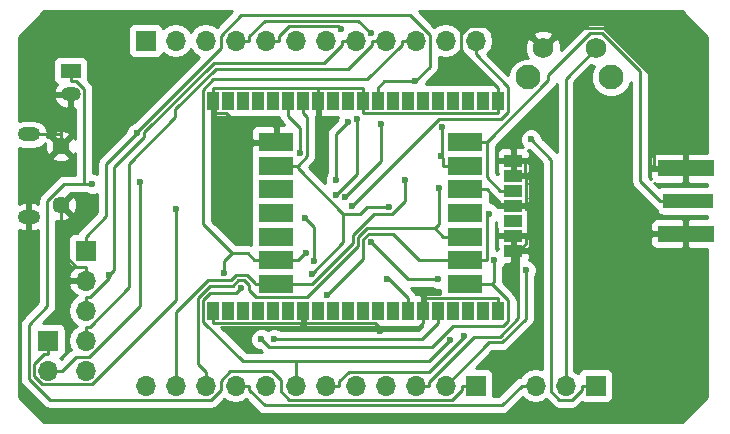
<source format=gbl>
G04 #@! TF.FileFunction,Copper,L2,Bot,Signal*
%FSLAX46Y46*%
G04 Gerber Fmt 4.6, Leading zero omitted, Abs format (unit mm)*
G04 Created by KiCad (PCBNEW 4.0.7-e2-6376~60~ubuntu17.10.1) date Thu Dec 28 10:46:34 2017*
%MOMM*%
%LPD*%
G01*
G04 APERTURE LIST*
%ADD10C,0.100000*%
%ADD11R,1.700000X1.200000*%
%ADD12O,1.700000X1.200000*%
%ADD13C,1.450000*%
%ADD14O,1.900000X1.200000*%
%ADD15R,1.700000X1.700000*%
%ADD16O,1.700000X1.700000*%
%ADD17R,1.016000X1.524000*%
%ADD18R,1.524000X1.016000*%
%ADD19R,4.700000X1.350000*%
%ADD20R,4.200000X1.270000*%
%ADD21R,2.997200X1.597660*%
%ADD22C,2.100000*%
%ADD23C,1.750000*%
%ADD24C,0.600000*%
%ADD25C,0.250000*%
%ADD26C,0.254000*%
G04 APERTURE END LIST*
D10*
D11*
X149225000Y-82550000D03*
D12*
X149225000Y-84550000D03*
D13*
X148400000Y-88940000D03*
X148400000Y-93940000D03*
D14*
X145700000Y-87940000D03*
X145700000Y-94940000D03*
D15*
X150495000Y-97790000D03*
D16*
X150495000Y-100330000D03*
X150495000Y-102870000D03*
X150495000Y-105410000D03*
X150495000Y-107950000D03*
D17*
X161290000Y-102870000D03*
X162560000Y-102870000D03*
X163830000Y-102870000D03*
X165100000Y-102870000D03*
X166370000Y-102870000D03*
X167640000Y-102870000D03*
X168910000Y-102870000D03*
X170180000Y-102870000D03*
X171450000Y-102870000D03*
X172720000Y-102870000D03*
X173990000Y-102870000D03*
X175260000Y-102870000D03*
X176530000Y-102870000D03*
X177800000Y-102870000D03*
X179070000Y-102870000D03*
X180340000Y-102870000D03*
X181610000Y-102870000D03*
X182880000Y-102870000D03*
X184150000Y-102870000D03*
X185420000Y-102870000D03*
X185420000Y-85090000D03*
D18*
X186690000Y-97790000D03*
X186690000Y-96520000D03*
X186690000Y-95250000D03*
X186690000Y-93980000D03*
X186690000Y-92710000D03*
X186690000Y-91440000D03*
X186690000Y-90170000D03*
D17*
X184150000Y-85090000D03*
X182880000Y-85090000D03*
X181610000Y-85090000D03*
X180340000Y-85090000D03*
X179070000Y-85090000D03*
X177800000Y-85090000D03*
X176530000Y-85090000D03*
X175260000Y-85090000D03*
X173990000Y-85090000D03*
X172720000Y-85090000D03*
X171450000Y-85090000D03*
X170180000Y-85090000D03*
X168910000Y-85090000D03*
X167640000Y-85090000D03*
X166370000Y-85090000D03*
X165100000Y-85090000D03*
X163830000Y-85090000D03*
X162560000Y-85090000D03*
X161290000Y-85090000D03*
D19*
X201295000Y-90805000D03*
D20*
X201545000Y-93590000D03*
D19*
X201295000Y-96375000D03*
D21*
X166626540Y-100614480D03*
X166624000Y-98615500D03*
X166624000Y-96613980D03*
X166624000Y-94615000D03*
X166624000Y-92616020D03*
X166624000Y-90614500D03*
X166624000Y-88615520D03*
X182626000Y-88615520D03*
X182626000Y-90614500D03*
X182626000Y-92616020D03*
X182626000Y-94615000D03*
X182626000Y-96613980D03*
X182626000Y-98615500D03*
X182626000Y-100614480D03*
D15*
X147320000Y-105410000D03*
D16*
X147320000Y-107950000D03*
D15*
X155575000Y-80010000D03*
D16*
X158115000Y-80010000D03*
X160655000Y-80010000D03*
X163195000Y-80010000D03*
X165735000Y-80010000D03*
X168275000Y-80010000D03*
X170815000Y-80010000D03*
X173355000Y-80010000D03*
X175895000Y-80010000D03*
X178435000Y-80010000D03*
X180975000Y-80010000D03*
X183515000Y-80010000D03*
D15*
X183515000Y-109220000D03*
D16*
X180975000Y-109220000D03*
X178435000Y-109220000D03*
X175895000Y-109220000D03*
X173355000Y-109220000D03*
X170815000Y-109220000D03*
X168275000Y-109220000D03*
X165735000Y-109220000D03*
X163195000Y-109220000D03*
X160655000Y-109220000D03*
X158115000Y-109220000D03*
X155575000Y-109220000D03*
D15*
X193675000Y-109220000D03*
D16*
X191135000Y-109220000D03*
X188595000Y-109220000D03*
D22*
X194990000Y-83135000D03*
D23*
X193730000Y-80645000D03*
X189230000Y-80645000D03*
D22*
X187980000Y-83135000D03*
D24*
X175451500Y-104633000D03*
X187971300Y-94224800D03*
X187777700Y-99458700D03*
X180605600Y-89810100D03*
X175979300Y-100167300D03*
X180648500Y-87341400D03*
X178393200Y-83464800D03*
X154833200Y-87831400D03*
X169798100Y-98687500D03*
X169054100Y-95015000D03*
X151073800Y-92132200D03*
X174625000Y-79360900D03*
X173506000Y-86624200D03*
X171679400Y-93109700D03*
X175484000Y-87117500D03*
X172491700Y-93223600D03*
X172085000Y-78999700D03*
X174672700Y-97074400D03*
X180354300Y-100205900D03*
X152463700Y-99872800D03*
X182517600Y-105055700D03*
X168623700Y-89532600D03*
X163688700Y-100946400D03*
X181348500Y-105388900D03*
X169646800Y-99744600D03*
X176216100Y-94066800D03*
X185094000Y-98633500D03*
X165380200Y-105310400D03*
X172686400Y-86937400D03*
X171677000Y-91815000D03*
X188206300Y-88382100D03*
X173027900Y-94044100D03*
X162245400Y-99658900D03*
X169141100Y-97964400D03*
X155135300Y-91960700D03*
X180416500Y-92525200D03*
X177551500Y-91815000D03*
X184638700Y-94655400D03*
X170905300Y-101585400D03*
X158184100Y-94231900D03*
X166473300Y-105308000D03*
D25*
X149225000Y-84550000D02*
X149225000Y-85475300D01*
X145700000Y-87940000D02*
X146975300Y-87940000D01*
X148400000Y-87940000D02*
X146975300Y-87940000D01*
X148400000Y-88940000D02*
X148400000Y-87940000D01*
X148400000Y-86300300D02*
X149225000Y-85475300D01*
X148400000Y-87940000D02*
X148400000Y-86300300D01*
X186690000Y-90170000D02*
X187664700Y-90170000D01*
X149687000Y-99154700D02*
X150495000Y-99154700D01*
X148400000Y-97867700D02*
X149687000Y-99154700D01*
X148400000Y-93940000D02*
X148400000Y-97867700D01*
X150495000Y-100330000D02*
X150495000Y-99154700D01*
X185602700Y-93768800D02*
X184449900Y-92616000D01*
X185602700Y-93980000D02*
X185602700Y-93768800D01*
X182626000Y-92616000D02*
X184449900Y-92616000D01*
X186690000Y-93980000D02*
X185602700Y-93980000D01*
X162361900Y-86177300D02*
X164800100Y-88615500D01*
X161290000Y-86177300D02*
X162361900Y-86177300D01*
X166624000Y-88615500D02*
X164800100Y-88615500D01*
X161290000Y-85633600D02*
X161290000Y-86177300D01*
X187379500Y-78794500D02*
X189230000Y-80645000D01*
X183000200Y-78794500D02*
X187379500Y-78794500D01*
X182309700Y-79485000D02*
X183000200Y-78794500D01*
X182309700Y-80892400D02*
X182309700Y-79485000D01*
X185420000Y-84002700D02*
X182309700Y-80892400D01*
X190928700Y-78946300D02*
X189230000Y-80645000D01*
X194408400Y-78946300D02*
X190928700Y-78946300D01*
X198619700Y-83157600D02*
X194408400Y-78946300D01*
X198619700Y-90805000D02*
X198619700Y-83157600D01*
X201295000Y-90805000D02*
X198619700Y-90805000D01*
X170180000Y-85090000D02*
X170180000Y-84115300D01*
X170292600Y-84002700D02*
X170180000Y-84115300D01*
X173990000Y-84002700D02*
X170292600Y-84002700D01*
X186690000Y-93980000D02*
X187777300Y-93980000D01*
X186690000Y-91440000D02*
X187664700Y-91440000D01*
X187777300Y-91552600D02*
X187777300Y-93980000D01*
X187664700Y-91440000D02*
X187777300Y-91552600D01*
X187664700Y-91440000D02*
X187664700Y-90170000D01*
X186690000Y-97790000D02*
X187133800Y-97790000D01*
X186690000Y-96520000D02*
X187777300Y-96520000D01*
X187971300Y-94174000D02*
X187971300Y-94224800D01*
X187777300Y-93980000D02*
X187971300Y-94174000D01*
X187971300Y-96326000D02*
X187777300Y-96520000D01*
X187971300Y-94224800D02*
X187971300Y-96326000D01*
X185420000Y-84658900D02*
X185420000Y-84002700D01*
X185420000Y-84658900D02*
X185420000Y-85090000D01*
X185420000Y-86177300D02*
X173990000Y-86177300D01*
X173990000Y-85090000D02*
X173990000Y-86177300D01*
X185420000Y-85090000D02*
X185420000Y-86177300D01*
X161290000Y-85633600D02*
X161290000Y-85090000D01*
X170067400Y-84002700D02*
X170180000Y-84115300D01*
X161290000Y-84002700D02*
X170067400Y-84002700D01*
X161290000Y-85090000D02*
X161290000Y-84002700D01*
X173990000Y-85090000D02*
X173990000Y-84002700D01*
X168910000Y-102870000D02*
X168910000Y-103957300D01*
X161290000Y-102870000D02*
X161290000Y-103957300D01*
X168910000Y-103957300D02*
X161290000Y-103957300D01*
X187777300Y-97169500D02*
X187777300Y-96520000D01*
X187156800Y-97790000D02*
X187777300Y-97169500D01*
X187133800Y-97790000D02*
X187156800Y-97790000D01*
X178435000Y-109220000D02*
X179610300Y-109220000D01*
X179070000Y-101782700D02*
X185420000Y-101782700D01*
X179070000Y-102870000D02*
X179070000Y-101782700D01*
X185420000Y-102870000D02*
X185420000Y-101782700D01*
X187133800Y-103540900D02*
X187133800Y-97790000D01*
X185555200Y-105119500D02*
X187133800Y-103540900D01*
X183413200Y-105119500D02*
X185555200Y-105119500D01*
X179610300Y-108922400D02*
X183413200Y-105119500D01*
X179610300Y-109220000D02*
X179610300Y-108922400D01*
X175451500Y-104633000D02*
X175451500Y-104363300D01*
X175045500Y-103957300D02*
X168910000Y-103957300D01*
X175451500Y-104363300D02*
X175045500Y-103957300D01*
X178664000Y-104363300D02*
X179070000Y-103957300D01*
X175451500Y-104363300D02*
X178664000Y-104363300D01*
X179070000Y-102870000D02*
X179070000Y-103957300D01*
X150495000Y-97790000D02*
X150495000Y-96614700D01*
X182626000Y-90614500D02*
X180802100Y-90614500D01*
X177800000Y-102870000D02*
X177800000Y-101782700D01*
X176184600Y-100167300D02*
X175979300Y-100167300D01*
X177800000Y-101782700D02*
X176184600Y-100167300D01*
X180802100Y-90006600D02*
X180802100Y-90614500D01*
X180605600Y-89810100D02*
X180802100Y-90006600D01*
X175260000Y-85090000D02*
X175260000Y-84002700D01*
X175797900Y-83464800D02*
X175260000Y-84002700D01*
X178393200Y-83464800D02*
X175797900Y-83464800D01*
X154833300Y-87831400D02*
X154833200Y-87831400D01*
X154833300Y-87751900D02*
X154833300Y-87831400D01*
X161925000Y-80660200D02*
X154833300Y-87751900D01*
X161925000Y-79593000D02*
X161925000Y-80660200D01*
X163674800Y-77843200D02*
X161925000Y-79593000D01*
X177957900Y-77843200D02*
X163674800Y-77843200D01*
X179635800Y-79521100D02*
X177957900Y-77843200D01*
X179635800Y-82222200D02*
X179635800Y-79521100D01*
X178393200Y-83464800D02*
X179635800Y-82222200D01*
X152238600Y-94871100D02*
X150495000Y-96614700D01*
X152238600Y-90426000D02*
X152238600Y-94871100D01*
X154833200Y-87831400D02*
X152238600Y-90426000D01*
X180648500Y-89767200D02*
X180648500Y-87341400D01*
X180605600Y-89810100D02*
X180648500Y-89767200D01*
X187777700Y-103547500D02*
X187777700Y-99458700D01*
X185755400Y-105569800D02*
X187777700Y-103547500D01*
X184625200Y-105569800D02*
X185755400Y-105569800D01*
X180975000Y-109220000D02*
X184625200Y-105569800D01*
X188595000Y-109220000D02*
X187419700Y-109220000D01*
X163195000Y-109220000D02*
X164370300Y-109220000D01*
X185747000Y-110892700D02*
X187419700Y-109220000D01*
X165675700Y-110892700D02*
X185747000Y-110892700D01*
X164370300Y-109587300D02*
X165675700Y-110892700D01*
X164370300Y-109220000D02*
X164370300Y-109587300D01*
X169798100Y-95759000D02*
X169798100Y-98687500D01*
X169054100Y-95015000D02*
X169798100Y-95759000D01*
X149225000Y-82550000D02*
X149225000Y-83475300D01*
X183515000Y-109220000D02*
X182339700Y-109220000D01*
X150402400Y-92132200D02*
X151073800Y-92132200D01*
X150402400Y-84146700D02*
X150402400Y-92132200D01*
X149731000Y-83475300D02*
X150402400Y-84146700D01*
X149225000Y-83475300D02*
X149731000Y-83475300D01*
X182339700Y-109587300D02*
X182339700Y-109220000D01*
X181503900Y-110423100D02*
X182339700Y-109587300D01*
X167751500Y-110423100D02*
X181503900Y-110423100D01*
X167005000Y-109676600D02*
X167751500Y-110423100D01*
X167005000Y-108773500D02*
X167005000Y-109676600D01*
X166242100Y-108010600D02*
X167005000Y-108773500D01*
X162733900Y-108010600D02*
X166242100Y-108010600D01*
X161925000Y-108819500D02*
X162733900Y-108010600D01*
X161925000Y-109638500D02*
X161925000Y-108819500D01*
X161146400Y-110417100D02*
X161925000Y-109638500D01*
X147461500Y-110417100D02*
X161146400Y-110417100D01*
X145682300Y-108637900D02*
X147461500Y-110417100D01*
X145682300Y-104082100D02*
X145682300Y-108637900D01*
X147273100Y-102491300D02*
X145682300Y-104082100D01*
X147273100Y-93566400D02*
X147273100Y-102491300D01*
X148707300Y-92132200D02*
X147273100Y-93566400D01*
X150402400Y-92132200D02*
X148707300Y-92132200D01*
X163195000Y-80010000D02*
X164370300Y-80010000D01*
X173604900Y-78340800D02*
X174625000Y-79360900D01*
X165672200Y-78340800D02*
X173604900Y-78340800D01*
X164370300Y-79642700D02*
X165672200Y-78340800D01*
X164370300Y-80010000D02*
X164370300Y-79642700D01*
X173506000Y-91283100D02*
X171679400Y-93109700D01*
X173506000Y-86624200D02*
X173506000Y-91283100D01*
X175484000Y-90231300D02*
X172491700Y-93223600D01*
X175484000Y-87117500D02*
X175484000Y-90231300D01*
X171876500Y-78791200D02*
X172085000Y-78999700D01*
X167761800Y-78791200D02*
X171876500Y-78791200D01*
X166910300Y-79642700D02*
X167761800Y-78791200D01*
X166910300Y-80010000D02*
X166910300Y-79642700D01*
X165735000Y-80010000D02*
X166910300Y-80010000D01*
X177804200Y-100205900D02*
X174672700Y-97074400D01*
X180354300Y-100205900D02*
X177804200Y-100205900D01*
X173355000Y-80010000D02*
X172179700Y-80010000D01*
X150495000Y-102870000D02*
X150495000Y-101694700D01*
X152463600Y-99872800D02*
X152463700Y-99872800D01*
X152463600Y-100093500D02*
X152463600Y-99872800D01*
X150862400Y-101694700D02*
X152463600Y-100093500D01*
X150495000Y-101694700D02*
X150862400Y-101694700D01*
X152914000Y-99422500D02*
X152463700Y-99872800D01*
X152914000Y-90704000D02*
X152914000Y-99422500D01*
X155476400Y-88141600D02*
X152914000Y-90704000D01*
X155476400Y-87781900D02*
X155476400Y-88141600D01*
X161352700Y-81905600D02*
X155476400Y-87781900D01*
X170651400Y-81905600D02*
X161352700Y-81905600D01*
X172179700Y-80377300D02*
X170651400Y-81905600D01*
X172179700Y-80010000D02*
X172179700Y-80377300D01*
X170815000Y-109220000D02*
X171990300Y-109220000D01*
X182517600Y-105104200D02*
X182517600Y-105055700D01*
X179577100Y-108044700D02*
X182517600Y-105104200D01*
X172798200Y-108044700D02*
X179577100Y-108044700D01*
X171990300Y-108852600D02*
X172798200Y-108044700D01*
X171990300Y-109220000D02*
X171990300Y-108852600D01*
X167640000Y-86407700D02*
X167640000Y-85090000D01*
X168623700Y-87391400D02*
X167640000Y-86407700D01*
X168623700Y-89532600D02*
X168623700Y-87391400D01*
X168275000Y-109220000D02*
X168275000Y-108044700D01*
X168275000Y-108044700D02*
X168275000Y-107180800D01*
X163828000Y-107180800D02*
X168275000Y-107180800D01*
X160456600Y-103809400D02*
X163828000Y-107180800D01*
X160456600Y-101960800D02*
X160456600Y-103809400D01*
X161020600Y-101396800D02*
X160456600Y-101960800D01*
X163238300Y-101396800D02*
X161020600Y-101396800D01*
X163688700Y-100946400D02*
X163238300Y-101396800D01*
X179556600Y-107180800D02*
X181348500Y-105388900D01*
X168275000Y-107180800D02*
X179556600Y-107180800D01*
X172331900Y-97059500D02*
X169646800Y-99744600D01*
X172331900Y-94688400D02*
X172331900Y-97059500D01*
X173707400Y-94688400D02*
X172331900Y-94688400D01*
X174329000Y-94066800D02*
X173707400Y-94688400D01*
X176216100Y-94066800D02*
X174329000Y-94066800D01*
X166624000Y-90614500D02*
X168447900Y-90614500D01*
X168447900Y-90804400D02*
X172331900Y-94688400D01*
X168447900Y-90614500D02*
X168447900Y-90804400D01*
X168910000Y-85090000D02*
X168910000Y-86177300D01*
X169251600Y-89810800D02*
X168447900Y-90614500D01*
X169251600Y-86518900D02*
X169251600Y-89810800D01*
X168910000Y-86177300D02*
X169251600Y-86518900D01*
X150862300Y-104234700D02*
X150495000Y-104234700D01*
X154184000Y-100913000D02*
X150862300Y-104234700D01*
X154184000Y-90423800D02*
X154184000Y-100913000D01*
X158109800Y-86498000D02*
X154184000Y-90423800D01*
X158109800Y-85843700D02*
X158109800Y-86498000D01*
X161543000Y-82410500D02*
X158109800Y-85843700D01*
X172686500Y-82410500D02*
X161543000Y-82410500D01*
X174719700Y-80377300D02*
X172686500Y-82410500D01*
X174719700Y-80010000D02*
X174719700Y-80377300D01*
X175895000Y-80010000D02*
X174719700Y-80010000D01*
X150495000Y-105410000D02*
X150495000Y-104234700D01*
X182626000Y-100614500D02*
X184337300Y-100614500D01*
X184337300Y-100614500D02*
X184900100Y-100614500D01*
X185094000Y-100420600D02*
X185094000Y-98633500D01*
X184900100Y-100614500D02*
X185094000Y-100420600D01*
X166003200Y-105933400D02*
X165380200Y-105310400D01*
X179871700Y-105933400D02*
X166003200Y-105933400D01*
X181604000Y-104201100D02*
X179871700Y-105933400D01*
X185836700Y-104201100D02*
X181604000Y-104201100D01*
X186262000Y-103775800D02*
X185836700Y-104201100D01*
X186262000Y-101976400D02*
X186262000Y-103775800D01*
X184900100Y-100614500D02*
X186262000Y-101976400D01*
X171677000Y-87946800D02*
X172686400Y-86937400D01*
X171677000Y-91815000D02*
X171677000Y-87946800D01*
X189909300Y-90085100D02*
X188206300Y-88382100D01*
X189909300Y-109707000D02*
X189909300Y-90085100D01*
X190619700Y-110417400D02*
X189909300Y-109707000D01*
X191669600Y-110417400D02*
X190619700Y-110417400D01*
X192499700Y-109587300D02*
X191669600Y-110417400D01*
X192499700Y-109220000D02*
X192499700Y-109587300D01*
X193675000Y-109220000D02*
X192499700Y-109220000D01*
X183515000Y-80010000D02*
X183515000Y-81185300D01*
X180444300Y-86627700D02*
X173027900Y-94044100D01*
X185693700Y-86627700D02*
X180444300Y-86627700D01*
X186253400Y-86068000D02*
X185693700Y-86627700D01*
X186253400Y-83923700D02*
X186253400Y-86068000D01*
X183515000Y-81185300D02*
X186253400Y-83923700D01*
X178435000Y-80010000D02*
X177259700Y-80010000D01*
X166624000Y-98615500D02*
X168447900Y-98615500D01*
X169099000Y-97964400D02*
X169141100Y-97964400D01*
X168447900Y-98615500D02*
X169099000Y-97964400D01*
X162245400Y-98677100D02*
X162883500Y-98039000D01*
X162245400Y-99658900D02*
X162245400Y-98677100D01*
X177259700Y-80377500D02*
X177259700Y-80010000D01*
X174348500Y-83288700D02*
X177259700Y-80377500D01*
X161301700Y-83288700D02*
X174348500Y-83288700D01*
X160424400Y-84166000D02*
X161301700Y-83288700D01*
X160424400Y-95579900D02*
X160424400Y-84166000D01*
X162883500Y-98039000D02*
X160424400Y-95579900D01*
X164223600Y-98039000D02*
X164800100Y-98615500D01*
X162883500Y-98039000D02*
X164223600Y-98039000D01*
X166624000Y-98615500D02*
X164800100Y-98615500D01*
X147320000Y-107950000D02*
X148495300Y-107950000D01*
X155135300Y-102466900D02*
X155135300Y-91960700D01*
X150827500Y-106774700D02*
X155135300Y-102466900D01*
X149670600Y-106774700D02*
X150827500Y-106774700D01*
X148495300Y-107950000D02*
X149670600Y-106774700D01*
X182626000Y-96614000D02*
X180802100Y-96614000D01*
X180416500Y-95564200D02*
X180084400Y-95896300D01*
X180416500Y-92525200D02*
X180416500Y-95564200D01*
X180084400Y-95896300D02*
X180802100Y-96614000D01*
X160655000Y-109220000D02*
X160655000Y-108044700D01*
X159984900Y-107374600D02*
X160655000Y-108044700D01*
X159984900Y-101795600D02*
X159984900Y-107374600D01*
X161009200Y-100771300D02*
X159984900Y-101795600D01*
X162979500Y-100771300D02*
X161009200Y-100771300D01*
X163429700Y-100321100D02*
X162979500Y-100771300D01*
X163947800Y-100321100D02*
X163429700Y-100321100D01*
X164314000Y-100687300D02*
X163947800Y-100321100D01*
X164314000Y-101119700D02*
X164314000Y-100687300D01*
X164933000Y-101738700D02*
X164314000Y-101119700D01*
X169231800Y-101738700D02*
X164933000Y-101738700D01*
X173572300Y-97398200D02*
X169231800Y-101738700D01*
X173572300Y-96653400D02*
X173572300Y-97398200D01*
X174329400Y-95896300D02*
X173572300Y-96653400D01*
X180084400Y-95896300D02*
X174329400Y-95896300D01*
X166626500Y-100614500D02*
X168450400Y-100614500D01*
X166626500Y-100614500D02*
X164802600Y-100614500D01*
X158115000Y-103028600D02*
X158115000Y-109220000D01*
X160828100Y-100315500D02*
X158115000Y-103028600D01*
X162798400Y-100315500D02*
X160828100Y-100315500D01*
X163243100Y-99870800D02*
X162798400Y-100315500D01*
X164134400Y-99870800D02*
X163243100Y-99870800D01*
X164802600Y-100539000D02*
X164134400Y-99870800D01*
X164802600Y-100614500D02*
X164802600Y-100539000D01*
X177551500Y-93615800D02*
X177551500Y-91815000D01*
X176475200Y-94692100D02*
X177551500Y-93615800D01*
X174896700Y-94692100D02*
X176475200Y-94692100D01*
X173122000Y-96466800D02*
X174896700Y-94692100D01*
X173122000Y-97153800D02*
X173122000Y-96466800D01*
X169661300Y-100614500D02*
X173122000Y-97153800D01*
X168450400Y-100614500D02*
X169661300Y-100614500D01*
X184449900Y-94844200D02*
X184638700Y-94655400D01*
X184449900Y-98615500D02*
X184449900Y-94844200D01*
X182626000Y-98615500D02*
X184449900Y-98615500D01*
X174022600Y-98468100D02*
X170905300Y-101585400D01*
X174022600Y-96840000D02*
X174022600Y-98468100D01*
X174468100Y-96394500D02*
X174022600Y-96840000D01*
X176538400Y-96394500D02*
X174468100Y-96394500D01*
X178759400Y-98615500D02*
X176538400Y-96394500D01*
X182626000Y-98615500D02*
X178759400Y-98615500D01*
X184449900Y-91557200D02*
X185602700Y-92710000D01*
X184449900Y-88615500D02*
X184449900Y-91557200D01*
X182626000Y-88615500D02*
X184449900Y-88615500D01*
X186690000Y-92710000D02*
X185602700Y-92710000D01*
X189683200Y-83382200D02*
X184449900Y-88615500D01*
X189683200Y-82951800D02*
X189683200Y-83382200D01*
X193238300Y-79396700D02*
X189683200Y-82951800D01*
X194221900Y-79396700D02*
X193238300Y-79396700D01*
X197426700Y-82601500D02*
X194221900Y-79396700D01*
X197426700Y-91897000D02*
X197426700Y-82601500D01*
X199119700Y-93590000D02*
X197426700Y-91897000D01*
X201545000Y-93590000D02*
X199119700Y-93590000D01*
X147320000Y-105410000D02*
X147320000Y-106585300D01*
X146952700Y-106585300D02*
X147320000Y-106585300D01*
X146133900Y-107404100D02*
X146952700Y-106585300D01*
X146133900Y-108427200D02*
X146133900Y-107404100D01*
X146833400Y-109126700D02*
X146133900Y-108427200D01*
X151046000Y-109126700D02*
X146833400Y-109126700D01*
X158184100Y-101988600D02*
X151046000Y-109126700D01*
X158184100Y-94231900D02*
X158184100Y-101988600D01*
X191135000Y-83240000D02*
X191135000Y-109220000D01*
X193730000Y-80645000D02*
X191135000Y-83240000D01*
X180340000Y-102870000D02*
X180340000Y-103957300D01*
X178989300Y-105308000D02*
X166473300Y-105308000D01*
X180340000Y-103957300D02*
X178989300Y-105308000D01*
D26*
G36*
X161589533Y-78853665D02*
X161223285Y-78608946D01*
X160655000Y-78495907D01*
X160086715Y-78608946D01*
X159604946Y-78930853D01*
X159385000Y-79260026D01*
X159165054Y-78930853D01*
X158683285Y-78608946D01*
X158115000Y-78495907D01*
X157546715Y-78608946D01*
X157064946Y-78930853D01*
X157037150Y-78972452D01*
X157028162Y-78924683D01*
X156889090Y-78708559D01*
X156676890Y-78563569D01*
X156425000Y-78512560D01*
X154725000Y-78512560D01*
X154489683Y-78556838D01*
X154273559Y-78695910D01*
X154128569Y-78908110D01*
X154077560Y-79160000D01*
X154077560Y-80860000D01*
X154121838Y-81095317D01*
X154260910Y-81311441D01*
X154473110Y-81456431D01*
X154725000Y-81507440D01*
X156425000Y-81507440D01*
X156660317Y-81463162D01*
X156876441Y-81324090D01*
X157021431Y-81111890D01*
X157035086Y-81044459D01*
X157064946Y-81089147D01*
X157546715Y-81411054D01*
X158115000Y-81524093D01*
X158683285Y-81411054D01*
X159165054Y-81089147D01*
X159385000Y-80759974D01*
X159604946Y-81089147D01*
X160086715Y-81411054D01*
X160097249Y-81413149D01*
X154590309Y-86920089D01*
X154304257Y-87038283D01*
X154041008Y-87301073D01*
X153898362Y-87644601D01*
X153898321Y-87691476D01*
X151701199Y-89888599D01*
X151536452Y-90135161D01*
X151478600Y-90426000D01*
X151478600Y-91287884D01*
X151260599Y-91197362D01*
X151162400Y-91197276D01*
X151162400Y-84146700D01*
X151104548Y-83855861D01*
X150939801Y-83609299D01*
X150681697Y-83351195D01*
X150722440Y-83150000D01*
X150722440Y-81950000D01*
X150678162Y-81714683D01*
X150539090Y-81498559D01*
X150326890Y-81353569D01*
X150075000Y-81302560D01*
X148375000Y-81302560D01*
X148139683Y-81346838D01*
X147923559Y-81485910D01*
X147778569Y-81698110D01*
X147727560Y-81950000D01*
X147727560Y-83150000D01*
X147771838Y-83385317D01*
X147910910Y-83601441D01*
X148063309Y-83705571D01*
X148043067Y-83720875D01*
X147796714Y-84140624D01*
X147781538Y-84232391D01*
X147906269Y-84423000D01*
X149098000Y-84423000D01*
X149098000Y-84403000D01*
X149352000Y-84403000D01*
X149352000Y-84423000D01*
X149372000Y-84423000D01*
X149372000Y-84677000D01*
X149352000Y-84677000D01*
X149352000Y-85632547D01*
X149547696Y-85795256D01*
X149642400Y-85770603D01*
X149642400Y-88353395D01*
X149591753Y-88231122D01*
X149353398Y-88166207D01*
X148579605Y-88940000D01*
X149353398Y-89713793D01*
X149591753Y-89648878D01*
X149642400Y-89505816D01*
X149642400Y-91372200D01*
X148707300Y-91372200D01*
X148416461Y-91430052D01*
X148169899Y-91594799D01*
X146735699Y-93028999D01*
X146570952Y-93275561D01*
X146513100Y-93566400D01*
X146513100Y-93808535D01*
X146177000Y-93705000D01*
X145827000Y-93705000D01*
X145827000Y-94813000D01*
X145847000Y-94813000D01*
X145847000Y-95067000D01*
X145827000Y-95067000D01*
X145827000Y-96175000D01*
X146177000Y-96175000D01*
X146513100Y-96071465D01*
X146513100Y-102176498D01*
X145144899Y-103544699D01*
X144980152Y-103791261D01*
X144922300Y-104082100D01*
X144922300Y-108637900D01*
X144980152Y-108928739D01*
X145144899Y-109175301D01*
X146924099Y-110954501D01*
X147170661Y-111119248D01*
X147461500Y-111177100D01*
X161146400Y-111177100D01*
X161437239Y-111119248D01*
X161683801Y-110954501D01*
X162261366Y-110376936D01*
X162626715Y-110621054D01*
X163195000Y-110734093D01*
X163763285Y-110621054D01*
X164102558Y-110394360D01*
X165138299Y-111430101D01*
X165384860Y-111594848D01*
X165675700Y-111652700D01*
X185747000Y-111652700D01*
X186037839Y-111594848D01*
X186284401Y-111430101D01*
X187493039Y-110221463D01*
X187544946Y-110299147D01*
X188026715Y-110621054D01*
X188595000Y-110734093D01*
X189163285Y-110621054D01*
X189514127Y-110386629D01*
X190082299Y-110954801D01*
X190328860Y-111119548D01*
X190619700Y-111177400D01*
X191669600Y-111177400D01*
X191960439Y-111119548D01*
X192207001Y-110954801D01*
X192526927Y-110634875D01*
X192573110Y-110666431D01*
X192825000Y-110717440D01*
X194525000Y-110717440D01*
X194760317Y-110673162D01*
X194976441Y-110534090D01*
X195121431Y-110321890D01*
X195172440Y-110070000D01*
X195172440Y-108370000D01*
X195128162Y-108134683D01*
X194989090Y-107918559D01*
X194776890Y-107773569D01*
X194525000Y-107722560D01*
X192825000Y-107722560D01*
X192589683Y-107766838D01*
X192373559Y-107905910D01*
X192228569Y-108118110D01*
X192214914Y-108185541D01*
X192185054Y-108140853D01*
X191895000Y-107947046D01*
X191895000Y-96660750D01*
X198310000Y-96660750D01*
X198310000Y-97176310D01*
X198406673Y-97409699D01*
X198585302Y-97588327D01*
X198818691Y-97685000D01*
X201009250Y-97685000D01*
X201168000Y-97526250D01*
X201168000Y-96502000D01*
X198468750Y-96502000D01*
X198310000Y-96660750D01*
X191895000Y-96660750D01*
X191895000Y-95573690D01*
X198310000Y-95573690D01*
X198310000Y-96089250D01*
X198468750Y-96248000D01*
X201168000Y-96248000D01*
X201168000Y-95223750D01*
X201009250Y-95065000D01*
X198818691Y-95065000D01*
X198585302Y-95161673D01*
X198406673Y-95340301D01*
X198310000Y-95573690D01*
X191895000Y-95573690D01*
X191895000Y-83554802D01*
X193334163Y-82115639D01*
X193428325Y-82154738D01*
X193586804Y-82154876D01*
X193562360Y-82179278D01*
X193305293Y-82798362D01*
X193304708Y-83468697D01*
X193560694Y-84088229D01*
X194034278Y-84562640D01*
X194653362Y-84819707D01*
X195323697Y-84820292D01*
X195943229Y-84564306D01*
X196417640Y-84090722D01*
X196666700Y-83490921D01*
X196666700Y-91897000D01*
X196724552Y-92187839D01*
X196889299Y-92434401D01*
X198582299Y-94127401D01*
X198807510Y-94277882D01*
X198841838Y-94460317D01*
X198980910Y-94676441D01*
X199193110Y-94821431D01*
X199445000Y-94872440D01*
X203125000Y-94872440D01*
X203125000Y-95065000D01*
X201580750Y-95065000D01*
X201422000Y-95223750D01*
X201422000Y-96248000D01*
X201442000Y-96248000D01*
X201442000Y-96502000D01*
X201422000Y-96502000D01*
X201422000Y-97526250D01*
X201580750Y-97685000D01*
X203125000Y-97685000D01*
X203125000Y-110195909D01*
X201000908Y-112320000D01*
X146979091Y-112320000D01*
X144855000Y-110195908D01*
X144855000Y-96061638D01*
X145223000Y-96175000D01*
X145573000Y-96175000D01*
X145573000Y-95067000D01*
X145553000Y-95067000D01*
X145553000Y-94813000D01*
X145573000Y-94813000D01*
X145573000Y-93705000D01*
X145223000Y-93705000D01*
X144855000Y-93818362D01*
X144855000Y-89893398D01*
X147626207Y-89893398D01*
X147691122Y-90131753D01*
X148201146Y-90312312D01*
X148741444Y-90283949D01*
X149108878Y-90131753D01*
X149173793Y-89893398D01*
X148400000Y-89119605D01*
X147626207Y-89893398D01*
X144855000Y-89893398D01*
X144855000Y-89082715D01*
X145318948Y-89175000D01*
X146081052Y-89175000D01*
X146553666Y-89080991D01*
X146954329Y-88813277D01*
X147056044Y-88661050D01*
X147027688Y-88741146D01*
X147056051Y-89281444D01*
X147208247Y-89648878D01*
X147446602Y-89713793D01*
X148220395Y-88940000D01*
X147446602Y-88166207D01*
X147261002Y-88216754D01*
X147306782Y-87986602D01*
X147626207Y-87986602D01*
X148400000Y-88760395D01*
X149173793Y-87986602D01*
X149108878Y-87748247D01*
X148598854Y-87567688D01*
X148058556Y-87596051D01*
X147691122Y-87748247D01*
X147626207Y-87986602D01*
X147306782Y-87986602D01*
X147316052Y-87940000D01*
X147222043Y-87467386D01*
X146954329Y-87066723D01*
X146553666Y-86799009D01*
X146081052Y-86705000D01*
X145318948Y-86705000D01*
X144855000Y-86797285D01*
X144855000Y-84867609D01*
X147781538Y-84867609D01*
X147796714Y-84959376D01*
X148043067Y-85379125D01*
X148431299Y-85672647D01*
X148902304Y-85795256D01*
X149098000Y-85632547D01*
X149098000Y-84677000D01*
X147906269Y-84677000D01*
X147781538Y-84867609D01*
X144855000Y-84867609D01*
X144855000Y-79669092D01*
X146979091Y-77545000D01*
X162898198Y-77545000D01*
X161589533Y-78853665D01*
X161589533Y-78853665D01*
G37*
X161589533Y-78853665D02*
X161223285Y-78608946D01*
X160655000Y-78495907D01*
X160086715Y-78608946D01*
X159604946Y-78930853D01*
X159385000Y-79260026D01*
X159165054Y-78930853D01*
X158683285Y-78608946D01*
X158115000Y-78495907D01*
X157546715Y-78608946D01*
X157064946Y-78930853D01*
X157037150Y-78972452D01*
X157028162Y-78924683D01*
X156889090Y-78708559D01*
X156676890Y-78563569D01*
X156425000Y-78512560D01*
X154725000Y-78512560D01*
X154489683Y-78556838D01*
X154273559Y-78695910D01*
X154128569Y-78908110D01*
X154077560Y-79160000D01*
X154077560Y-80860000D01*
X154121838Y-81095317D01*
X154260910Y-81311441D01*
X154473110Y-81456431D01*
X154725000Y-81507440D01*
X156425000Y-81507440D01*
X156660317Y-81463162D01*
X156876441Y-81324090D01*
X157021431Y-81111890D01*
X157035086Y-81044459D01*
X157064946Y-81089147D01*
X157546715Y-81411054D01*
X158115000Y-81524093D01*
X158683285Y-81411054D01*
X159165054Y-81089147D01*
X159385000Y-80759974D01*
X159604946Y-81089147D01*
X160086715Y-81411054D01*
X160097249Y-81413149D01*
X154590309Y-86920089D01*
X154304257Y-87038283D01*
X154041008Y-87301073D01*
X153898362Y-87644601D01*
X153898321Y-87691476D01*
X151701199Y-89888599D01*
X151536452Y-90135161D01*
X151478600Y-90426000D01*
X151478600Y-91287884D01*
X151260599Y-91197362D01*
X151162400Y-91197276D01*
X151162400Y-84146700D01*
X151104548Y-83855861D01*
X150939801Y-83609299D01*
X150681697Y-83351195D01*
X150722440Y-83150000D01*
X150722440Y-81950000D01*
X150678162Y-81714683D01*
X150539090Y-81498559D01*
X150326890Y-81353569D01*
X150075000Y-81302560D01*
X148375000Y-81302560D01*
X148139683Y-81346838D01*
X147923559Y-81485910D01*
X147778569Y-81698110D01*
X147727560Y-81950000D01*
X147727560Y-83150000D01*
X147771838Y-83385317D01*
X147910910Y-83601441D01*
X148063309Y-83705571D01*
X148043067Y-83720875D01*
X147796714Y-84140624D01*
X147781538Y-84232391D01*
X147906269Y-84423000D01*
X149098000Y-84423000D01*
X149098000Y-84403000D01*
X149352000Y-84403000D01*
X149352000Y-84423000D01*
X149372000Y-84423000D01*
X149372000Y-84677000D01*
X149352000Y-84677000D01*
X149352000Y-85632547D01*
X149547696Y-85795256D01*
X149642400Y-85770603D01*
X149642400Y-88353395D01*
X149591753Y-88231122D01*
X149353398Y-88166207D01*
X148579605Y-88940000D01*
X149353398Y-89713793D01*
X149591753Y-89648878D01*
X149642400Y-89505816D01*
X149642400Y-91372200D01*
X148707300Y-91372200D01*
X148416461Y-91430052D01*
X148169899Y-91594799D01*
X146735699Y-93028999D01*
X146570952Y-93275561D01*
X146513100Y-93566400D01*
X146513100Y-93808535D01*
X146177000Y-93705000D01*
X145827000Y-93705000D01*
X145827000Y-94813000D01*
X145847000Y-94813000D01*
X145847000Y-95067000D01*
X145827000Y-95067000D01*
X145827000Y-96175000D01*
X146177000Y-96175000D01*
X146513100Y-96071465D01*
X146513100Y-102176498D01*
X145144899Y-103544699D01*
X144980152Y-103791261D01*
X144922300Y-104082100D01*
X144922300Y-108637900D01*
X144980152Y-108928739D01*
X145144899Y-109175301D01*
X146924099Y-110954501D01*
X147170661Y-111119248D01*
X147461500Y-111177100D01*
X161146400Y-111177100D01*
X161437239Y-111119248D01*
X161683801Y-110954501D01*
X162261366Y-110376936D01*
X162626715Y-110621054D01*
X163195000Y-110734093D01*
X163763285Y-110621054D01*
X164102558Y-110394360D01*
X165138299Y-111430101D01*
X165384860Y-111594848D01*
X165675700Y-111652700D01*
X185747000Y-111652700D01*
X186037839Y-111594848D01*
X186284401Y-111430101D01*
X187493039Y-110221463D01*
X187544946Y-110299147D01*
X188026715Y-110621054D01*
X188595000Y-110734093D01*
X189163285Y-110621054D01*
X189514127Y-110386629D01*
X190082299Y-110954801D01*
X190328860Y-111119548D01*
X190619700Y-111177400D01*
X191669600Y-111177400D01*
X191960439Y-111119548D01*
X192207001Y-110954801D01*
X192526927Y-110634875D01*
X192573110Y-110666431D01*
X192825000Y-110717440D01*
X194525000Y-110717440D01*
X194760317Y-110673162D01*
X194976441Y-110534090D01*
X195121431Y-110321890D01*
X195172440Y-110070000D01*
X195172440Y-108370000D01*
X195128162Y-108134683D01*
X194989090Y-107918559D01*
X194776890Y-107773569D01*
X194525000Y-107722560D01*
X192825000Y-107722560D01*
X192589683Y-107766838D01*
X192373559Y-107905910D01*
X192228569Y-108118110D01*
X192214914Y-108185541D01*
X192185054Y-108140853D01*
X191895000Y-107947046D01*
X191895000Y-96660750D01*
X198310000Y-96660750D01*
X198310000Y-97176310D01*
X198406673Y-97409699D01*
X198585302Y-97588327D01*
X198818691Y-97685000D01*
X201009250Y-97685000D01*
X201168000Y-97526250D01*
X201168000Y-96502000D01*
X198468750Y-96502000D01*
X198310000Y-96660750D01*
X191895000Y-96660750D01*
X191895000Y-95573690D01*
X198310000Y-95573690D01*
X198310000Y-96089250D01*
X198468750Y-96248000D01*
X201168000Y-96248000D01*
X201168000Y-95223750D01*
X201009250Y-95065000D01*
X198818691Y-95065000D01*
X198585302Y-95161673D01*
X198406673Y-95340301D01*
X198310000Y-95573690D01*
X191895000Y-95573690D01*
X191895000Y-83554802D01*
X193334163Y-82115639D01*
X193428325Y-82154738D01*
X193586804Y-82154876D01*
X193562360Y-82179278D01*
X193305293Y-82798362D01*
X193304708Y-83468697D01*
X193560694Y-84088229D01*
X194034278Y-84562640D01*
X194653362Y-84819707D01*
X195323697Y-84820292D01*
X195943229Y-84564306D01*
X196417640Y-84090722D01*
X196666700Y-83490921D01*
X196666700Y-91897000D01*
X196724552Y-92187839D01*
X196889299Y-92434401D01*
X198582299Y-94127401D01*
X198807510Y-94277882D01*
X198841838Y-94460317D01*
X198980910Y-94676441D01*
X199193110Y-94821431D01*
X199445000Y-94872440D01*
X203125000Y-94872440D01*
X203125000Y-95065000D01*
X201580750Y-95065000D01*
X201422000Y-95223750D01*
X201422000Y-96248000D01*
X201442000Y-96248000D01*
X201442000Y-96502000D01*
X201422000Y-96502000D01*
X201422000Y-97526250D01*
X201580750Y-97685000D01*
X203125000Y-97685000D01*
X203125000Y-110195909D01*
X201000908Y-112320000D01*
X146979091Y-112320000D01*
X144855000Y-110195908D01*
X144855000Y-96061638D01*
X145223000Y-96175000D01*
X145573000Y-96175000D01*
X145573000Y-95067000D01*
X145553000Y-95067000D01*
X145553000Y-94813000D01*
X145573000Y-94813000D01*
X145573000Y-93705000D01*
X145223000Y-93705000D01*
X144855000Y-93818362D01*
X144855000Y-89893398D01*
X147626207Y-89893398D01*
X147691122Y-90131753D01*
X148201146Y-90312312D01*
X148741444Y-90283949D01*
X149108878Y-90131753D01*
X149173793Y-89893398D01*
X148400000Y-89119605D01*
X147626207Y-89893398D01*
X144855000Y-89893398D01*
X144855000Y-89082715D01*
X145318948Y-89175000D01*
X146081052Y-89175000D01*
X146553666Y-89080991D01*
X146954329Y-88813277D01*
X147056044Y-88661050D01*
X147027688Y-88741146D01*
X147056051Y-89281444D01*
X147208247Y-89648878D01*
X147446602Y-89713793D01*
X148220395Y-88940000D01*
X147446602Y-88166207D01*
X147261002Y-88216754D01*
X147306782Y-87986602D01*
X147626207Y-87986602D01*
X148400000Y-88760395D01*
X149173793Y-87986602D01*
X149108878Y-87748247D01*
X148598854Y-87567688D01*
X148058556Y-87596051D01*
X147691122Y-87748247D01*
X147626207Y-87986602D01*
X147306782Y-87986602D01*
X147316052Y-87940000D01*
X147222043Y-87467386D01*
X146954329Y-87066723D01*
X146553666Y-86799009D01*
X146081052Y-86705000D01*
X145318948Y-86705000D01*
X144855000Y-86797285D01*
X144855000Y-84867609D01*
X147781538Y-84867609D01*
X147796714Y-84959376D01*
X148043067Y-85379125D01*
X148431299Y-85672647D01*
X148902304Y-85795256D01*
X149098000Y-85632547D01*
X149098000Y-84677000D01*
X147906269Y-84677000D01*
X147781538Y-84867609D01*
X144855000Y-84867609D01*
X144855000Y-79669092D01*
X146979091Y-77545000D01*
X162898198Y-77545000D01*
X161589533Y-78853665D01*
G36*
X190375000Y-89475998D02*
X189141422Y-88242420D01*
X189141462Y-88196933D01*
X188999417Y-87853157D01*
X188736627Y-87589908D01*
X188393099Y-87447262D01*
X188021133Y-87446938D01*
X187677357Y-87588983D01*
X187414108Y-87851773D01*
X187271462Y-88195301D01*
X187271138Y-88567267D01*
X187413183Y-88911043D01*
X187528938Y-89027000D01*
X186975750Y-89027000D01*
X186817000Y-89185750D01*
X186817000Y-90043000D01*
X187928250Y-90043000D01*
X188087000Y-89884250D01*
X188087000Y-89535691D01*
X187991589Y-89305348D01*
X188019501Y-89316938D01*
X188066377Y-89316979D01*
X189149300Y-90399902D01*
X189149300Y-107816164D01*
X188595000Y-107705907D01*
X188026715Y-107818946D01*
X187544946Y-108140853D01*
X187318210Y-108480188D01*
X187128861Y-108517852D01*
X186882299Y-108682599D01*
X185432198Y-110132700D01*
X184999743Y-110132700D01*
X185012440Y-110070000D01*
X185012440Y-108370000D01*
X184968162Y-108134683D01*
X184829090Y-107918559D01*
X184616890Y-107773569D01*
X184365000Y-107722560D01*
X183547242Y-107722560D01*
X184940002Y-106329800D01*
X185755400Y-106329800D01*
X186046239Y-106271948D01*
X186292801Y-106107201D01*
X188315101Y-104084901D01*
X188479848Y-103838339D01*
X188537700Y-103547500D01*
X188537700Y-100021163D01*
X188569892Y-99989027D01*
X188712538Y-99645499D01*
X188712862Y-99273533D01*
X188570817Y-98929757D01*
X188308027Y-98666508D01*
X188033838Y-98552654D01*
X188087000Y-98424309D01*
X188087000Y-98075750D01*
X187928250Y-97917000D01*
X186817000Y-97917000D01*
X186817000Y-98774250D01*
X186975750Y-98933000D01*
X186983587Y-98933000D01*
X186842862Y-99271901D01*
X186842538Y-99643867D01*
X186984583Y-99987643D01*
X187017700Y-100020818D01*
X187017700Y-101954783D01*
X186964562Y-101687640D01*
X186964148Y-101685560D01*
X186799401Y-101438999D01*
X185841889Y-100481487D01*
X185854000Y-100420600D01*
X185854000Y-99195963D01*
X185886192Y-99163827D01*
X185982040Y-98933000D01*
X186404250Y-98933000D01*
X186563000Y-98774250D01*
X186563000Y-97917000D01*
X186543000Y-97917000D01*
X186543000Y-97663000D01*
X186563000Y-97663000D01*
X186563000Y-96647000D01*
X186817000Y-96647000D01*
X186817000Y-97663000D01*
X187928250Y-97663000D01*
X188087000Y-97504250D01*
X188087000Y-97155691D01*
X188086714Y-97155000D01*
X188087000Y-97154309D01*
X188087000Y-96805750D01*
X187928250Y-96647000D01*
X186817000Y-96647000D01*
X186563000Y-96647000D01*
X185451750Y-96647000D01*
X185293000Y-96805750D01*
X185293000Y-97154309D01*
X185293286Y-97155000D01*
X185293000Y-97155691D01*
X185293000Y-97504250D01*
X185451748Y-97662998D01*
X185293000Y-97662998D01*
X185293000Y-97703728D01*
X185280799Y-97698662D01*
X185209900Y-97698600D01*
X185209900Y-95406334D01*
X185280560Y-95335797D01*
X185280560Y-95758000D01*
X185300967Y-95866456D01*
X185293000Y-95885691D01*
X185293000Y-96234250D01*
X185451750Y-96393000D01*
X185866569Y-96393000D01*
X185928000Y-96405440D01*
X187452000Y-96405440D01*
X187518113Y-96393000D01*
X187928250Y-96393000D01*
X188087000Y-96234250D01*
X188087000Y-95885691D01*
X188077988Y-95863934D01*
X188099440Y-95758000D01*
X188099440Y-94742000D01*
X188079033Y-94633544D01*
X188087000Y-94614309D01*
X188087000Y-94265750D01*
X187928250Y-94107000D01*
X187513431Y-94107000D01*
X187452000Y-94094560D01*
X185928000Y-94094560D01*
X185861887Y-94107000D01*
X185451750Y-94107000D01*
X185431956Y-94126794D01*
X185431817Y-94126457D01*
X185169027Y-93863208D01*
X184825499Y-93720562D01*
X184754038Y-93720500D01*
X184732571Y-93606413D01*
X184759600Y-93541160D01*
X184759600Y-92941702D01*
X185065299Y-93247401D01*
X185293000Y-93399546D01*
X185293000Y-93694250D01*
X185451750Y-93853000D01*
X185866569Y-93853000D01*
X185928000Y-93865440D01*
X187452000Y-93865440D01*
X187518113Y-93853000D01*
X187928250Y-93853000D01*
X188087000Y-93694250D01*
X188087000Y-93345691D01*
X188077988Y-93323934D01*
X188099440Y-93218000D01*
X188099440Y-92202000D01*
X188079033Y-92093544D01*
X188087000Y-92074309D01*
X188087000Y-91725750D01*
X187928250Y-91567000D01*
X187513431Y-91567000D01*
X187452000Y-91554560D01*
X186543000Y-91554560D01*
X186543000Y-91313000D01*
X186563000Y-91313000D01*
X186563000Y-90297000D01*
X186817000Y-90297000D01*
X186817000Y-91313000D01*
X187928250Y-91313000D01*
X188087000Y-91154250D01*
X188087000Y-90805691D01*
X188086714Y-90805000D01*
X188087000Y-90804309D01*
X188087000Y-90455750D01*
X187928250Y-90297000D01*
X186817000Y-90297000D01*
X186563000Y-90297000D01*
X185451750Y-90297000D01*
X185293000Y-90455750D01*
X185293000Y-90804309D01*
X185293286Y-90805000D01*
X185293000Y-90805691D01*
X185293000Y-91154250D01*
X185451748Y-91312998D01*
X185293000Y-91312998D01*
X185293000Y-91325498D01*
X185209900Y-91242398D01*
X185209900Y-89535691D01*
X185293000Y-89535691D01*
X185293000Y-89884250D01*
X185451750Y-90043000D01*
X186563000Y-90043000D01*
X186563000Y-89185750D01*
X186404250Y-89027000D01*
X185801690Y-89027000D01*
X185568301Y-89123673D01*
X185389673Y-89302302D01*
X185293000Y-89535691D01*
X185209900Y-89535691D01*
X185209900Y-88930302D01*
X190220601Y-83919601D01*
X190375000Y-83688526D01*
X190375000Y-89475998D01*
X190375000Y-89475998D01*
G37*
X190375000Y-89475998D02*
X189141422Y-88242420D01*
X189141462Y-88196933D01*
X188999417Y-87853157D01*
X188736627Y-87589908D01*
X188393099Y-87447262D01*
X188021133Y-87446938D01*
X187677357Y-87588983D01*
X187414108Y-87851773D01*
X187271462Y-88195301D01*
X187271138Y-88567267D01*
X187413183Y-88911043D01*
X187528938Y-89027000D01*
X186975750Y-89027000D01*
X186817000Y-89185750D01*
X186817000Y-90043000D01*
X187928250Y-90043000D01*
X188087000Y-89884250D01*
X188087000Y-89535691D01*
X187991589Y-89305348D01*
X188019501Y-89316938D01*
X188066377Y-89316979D01*
X189149300Y-90399902D01*
X189149300Y-107816164D01*
X188595000Y-107705907D01*
X188026715Y-107818946D01*
X187544946Y-108140853D01*
X187318210Y-108480188D01*
X187128861Y-108517852D01*
X186882299Y-108682599D01*
X185432198Y-110132700D01*
X184999743Y-110132700D01*
X185012440Y-110070000D01*
X185012440Y-108370000D01*
X184968162Y-108134683D01*
X184829090Y-107918559D01*
X184616890Y-107773569D01*
X184365000Y-107722560D01*
X183547242Y-107722560D01*
X184940002Y-106329800D01*
X185755400Y-106329800D01*
X186046239Y-106271948D01*
X186292801Y-106107201D01*
X188315101Y-104084901D01*
X188479848Y-103838339D01*
X188537700Y-103547500D01*
X188537700Y-100021163D01*
X188569892Y-99989027D01*
X188712538Y-99645499D01*
X188712862Y-99273533D01*
X188570817Y-98929757D01*
X188308027Y-98666508D01*
X188033838Y-98552654D01*
X188087000Y-98424309D01*
X188087000Y-98075750D01*
X187928250Y-97917000D01*
X186817000Y-97917000D01*
X186817000Y-98774250D01*
X186975750Y-98933000D01*
X186983587Y-98933000D01*
X186842862Y-99271901D01*
X186842538Y-99643867D01*
X186984583Y-99987643D01*
X187017700Y-100020818D01*
X187017700Y-101954783D01*
X186964562Y-101687640D01*
X186964148Y-101685560D01*
X186799401Y-101438999D01*
X185841889Y-100481487D01*
X185854000Y-100420600D01*
X185854000Y-99195963D01*
X185886192Y-99163827D01*
X185982040Y-98933000D01*
X186404250Y-98933000D01*
X186563000Y-98774250D01*
X186563000Y-97917000D01*
X186543000Y-97917000D01*
X186543000Y-97663000D01*
X186563000Y-97663000D01*
X186563000Y-96647000D01*
X186817000Y-96647000D01*
X186817000Y-97663000D01*
X187928250Y-97663000D01*
X188087000Y-97504250D01*
X188087000Y-97155691D01*
X188086714Y-97155000D01*
X188087000Y-97154309D01*
X188087000Y-96805750D01*
X187928250Y-96647000D01*
X186817000Y-96647000D01*
X186563000Y-96647000D01*
X185451750Y-96647000D01*
X185293000Y-96805750D01*
X185293000Y-97154309D01*
X185293286Y-97155000D01*
X185293000Y-97155691D01*
X185293000Y-97504250D01*
X185451748Y-97662998D01*
X185293000Y-97662998D01*
X185293000Y-97703728D01*
X185280799Y-97698662D01*
X185209900Y-97698600D01*
X185209900Y-95406334D01*
X185280560Y-95335797D01*
X185280560Y-95758000D01*
X185300967Y-95866456D01*
X185293000Y-95885691D01*
X185293000Y-96234250D01*
X185451750Y-96393000D01*
X185866569Y-96393000D01*
X185928000Y-96405440D01*
X187452000Y-96405440D01*
X187518113Y-96393000D01*
X187928250Y-96393000D01*
X188087000Y-96234250D01*
X188087000Y-95885691D01*
X188077988Y-95863934D01*
X188099440Y-95758000D01*
X188099440Y-94742000D01*
X188079033Y-94633544D01*
X188087000Y-94614309D01*
X188087000Y-94265750D01*
X187928250Y-94107000D01*
X187513431Y-94107000D01*
X187452000Y-94094560D01*
X185928000Y-94094560D01*
X185861887Y-94107000D01*
X185451750Y-94107000D01*
X185431956Y-94126794D01*
X185431817Y-94126457D01*
X185169027Y-93863208D01*
X184825499Y-93720562D01*
X184754038Y-93720500D01*
X184732571Y-93606413D01*
X184759600Y-93541160D01*
X184759600Y-92941702D01*
X185065299Y-93247401D01*
X185293000Y-93399546D01*
X185293000Y-93694250D01*
X185451750Y-93853000D01*
X185866569Y-93853000D01*
X185928000Y-93865440D01*
X187452000Y-93865440D01*
X187518113Y-93853000D01*
X187928250Y-93853000D01*
X188087000Y-93694250D01*
X188087000Y-93345691D01*
X188077988Y-93323934D01*
X188099440Y-93218000D01*
X188099440Y-92202000D01*
X188079033Y-92093544D01*
X188087000Y-92074309D01*
X188087000Y-91725750D01*
X187928250Y-91567000D01*
X187513431Y-91567000D01*
X187452000Y-91554560D01*
X186543000Y-91554560D01*
X186543000Y-91313000D01*
X186563000Y-91313000D01*
X186563000Y-90297000D01*
X186817000Y-90297000D01*
X186817000Y-91313000D01*
X187928250Y-91313000D01*
X188087000Y-91154250D01*
X188087000Y-90805691D01*
X188086714Y-90805000D01*
X188087000Y-90804309D01*
X188087000Y-90455750D01*
X187928250Y-90297000D01*
X186817000Y-90297000D01*
X186563000Y-90297000D01*
X185451750Y-90297000D01*
X185293000Y-90455750D01*
X185293000Y-90804309D01*
X185293286Y-90805000D01*
X185293000Y-90805691D01*
X185293000Y-91154250D01*
X185451748Y-91312998D01*
X185293000Y-91312998D01*
X185293000Y-91325498D01*
X185209900Y-91242398D01*
X185209900Y-89535691D01*
X185293000Y-89535691D01*
X185293000Y-89884250D01*
X185451750Y-90043000D01*
X186563000Y-90043000D01*
X186563000Y-89185750D01*
X186404250Y-89027000D01*
X185801690Y-89027000D01*
X185568301Y-89123673D01*
X185389673Y-89302302D01*
X185293000Y-89535691D01*
X185209900Y-89535691D01*
X185209900Y-88930302D01*
X190220601Y-83919601D01*
X190375000Y-83688526D01*
X190375000Y-89475998D01*
G36*
X178562000Y-109093000D02*
X178582000Y-109093000D01*
X178582000Y-109347000D01*
X178562000Y-109347000D01*
X178562000Y-109367000D01*
X178308000Y-109367000D01*
X178308000Y-109347000D01*
X178288000Y-109347000D01*
X178288000Y-109093000D01*
X178308000Y-109093000D01*
X178308000Y-109073000D01*
X178562000Y-109073000D01*
X178562000Y-109093000D01*
X178562000Y-109093000D01*
G37*
X178562000Y-109093000D02*
X178582000Y-109093000D01*
X178582000Y-109347000D01*
X178562000Y-109347000D01*
X178562000Y-109367000D01*
X178308000Y-109367000D01*
X178308000Y-109347000D01*
X178288000Y-109347000D01*
X178288000Y-109093000D01*
X178308000Y-109093000D01*
X178308000Y-109073000D01*
X178562000Y-109073000D01*
X178562000Y-109093000D01*
G36*
X150543473Y-92924392D02*
X150887001Y-93067038D01*
X151258967Y-93067362D01*
X151478600Y-92976612D01*
X151478600Y-94556298D01*
X149957599Y-96077299D01*
X149813767Y-96292560D01*
X149645000Y-96292560D01*
X149409683Y-96336838D01*
X149193559Y-96475910D01*
X149048569Y-96688110D01*
X148997560Y-96940000D01*
X148997560Y-98640000D01*
X149041838Y-98875317D01*
X149180910Y-99091441D01*
X149393110Y-99236431D01*
X149501107Y-99258301D01*
X149223355Y-99563076D01*
X149053524Y-99973110D01*
X149174845Y-100203000D01*
X150368000Y-100203000D01*
X150368000Y-100183000D01*
X150622000Y-100183000D01*
X150622000Y-100203000D01*
X150642000Y-100203000D01*
X150642000Y-100457000D01*
X150622000Y-100457000D01*
X150622000Y-100477000D01*
X150368000Y-100477000D01*
X150368000Y-100457000D01*
X149174845Y-100457000D01*
X149053524Y-100686890D01*
X149223355Y-101096924D01*
X149613642Y-101525183D01*
X149755470Y-101591789D01*
X149755188Y-101593210D01*
X149415853Y-101819946D01*
X149093946Y-102301715D01*
X148980907Y-102870000D01*
X149093946Y-103438285D01*
X149415853Y-103920054D01*
X149745026Y-104140000D01*
X149415853Y-104359946D01*
X149093946Y-104841715D01*
X148980907Y-105410000D01*
X149093946Y-105978285D01*
X149225710Y-106175485D01*
X149133199Y-106237299D01*
X148427748Y-106942750D01*
X148399147Y-106899946D01*
X148357548Y-106872150D01*
X148405317Y-106863162D01*
X148621441Y-106724090D01*
X148766431Y-106511890D01*
X148817440Y-106260000D01*
X148817440Y-104560000D01*
X148773162Y-104324683D01*
X148634090Y-104108559D01*
X148421890Y-103963569D01*
X148170000Y-103912560D01*
X146926642Y-103912560D01*
X147810501Y-103028701D01*
X147975248Y-102782139D01*
X148033100Y-102491300D01*
X148033100Y-95252820D01*
X148201146Y-95312312D01*
X148741444Y-95283949D01*
X149108878Y-95131753D01*
X149173793Y-94893398D01*
X148400000Y-94119605D01*
X148385858Y-94133748D01*
X148206253Y-93954143D01*
X148220395Y-93940000D01*
X148579605Y-93940000D01*
X149353398Y-94713793D01*
X149591753Y-94648878D01*
X149772312Y-94138854D01*
X149743949Y-93598556D01*
X149591753Y-93231122D01*
X149353398Y-93166207D01*
X148579605Y-93940000D01*
X148220395Y-93940000D01*
X148206253Y-93925858D01*
X148385858Y-93746253D01*
X148400000Y-93760395D01*
X149173793Y-92986602D01*
X149148083Y-92892200D01*
X150511337Y-92892200D01*
X150543473Y-92924392D01*
X150543473Y-92924392D01*
G37*
X150543473Y-92924392D02*
X150887001Y-93067038D01*
X151258967Y-93067362D01*
X151478600Y-92976612D01*
X151478600Y-94556298D01*
X149957599Y-96077299D01*
X149813767Y-96292560D01*
X149645000Y-96292560D01*
X149409683Y-96336838D01*
X149193559Y-96475910D01*
X149048569Y-96688110D01*
X148997560Y-96940000D01*
X148997560Y-98640000D01*
X149041838Y-98875317D01*
X149180910Y-99091441D01*
X149393110Y-99236431D01*
X149501107Y-99258301D01*
X149223355Y-99563076D01*
X149053524Y-99973110D01*
X149174845Y-100203000D01*
X150368000Y-100203000D01*
X150368000Y-100183000D01*
X150622000Y-100183000D01*
X150622000Y-100203000D01*
X150642000Y-100203000D01*
X150642000Y-100457000D01*
X150622000Y-100457000D01*
X150622000Y-100477000D01*
X150368000Y-100477000D01*
X150368000Y-100457000D01*
X149174845Y-100457000D01*
X149053524Y-100686890D01*
X149223355Y-101096924D01*
X149613642Y-101525183D01*
X149755470Y-101591789D01*
X149755188Y-101593210D01*
X149415853Y-101819946D01*
X149093946Y-102301715D01*
X148980907Y-102870000D01*
X149093946Y-103438285D01*
X149415853Y-103920054D01*
X149745026Y-104140000D01*
X149415853Y-104359946D01*
X149093946Y-104841715D01*
X148980907Y-105410000D01*
X149093946Y-105978285D01*
X149225710Y-106175485D01*
X149133199Y-106237299D01*
X148427748Y-106942750D01*
X148399147Y-106899946D01*
X148357548Y-106872150D01*
X148405317Y-106863162D01*
X148621441Y-106724090D01*
X148766431Y-106511890D01*
X148817440Y-106260000D01*
X148817440Y-104560000D01*
X148773162Y-104324683D01*
X148634090Y-104108559D01*
X148421890Y-103963569D01*
X148170000Y-103912560D01*
X146926642Y-103912560D01*
X147810501Y-103028701D01*
X147975248Y-102782139D01*
X148033100Y-102491300D01*
X148033100Y-95252820D01*
X148201146Y-95312312D01*
X148741444Y-95283949D01*
X149108878Y-95131753D01*
X149173793Y-94893398D01*
X148400000Y-94119605D01*
X148385858Y-94133748D01*
X148206253Y-93954143D01*
X148220395Y-93940000D01*
X148579605Y-93940000D01*
X149353398Y-94713793D01*
X149591753Y-94648878D01*
X149772312Y-94138854D01*
X149743949Y-93598556D01*
X149591753Y-93231122D01*
X149353398Y-93166207D01*
X148579605Y-93940000D01*
X148220395Y-93940000D01*
X148206253Y-93925858D01*
X148385858Y-93746253D01*
X148400000Y-93760395D01*
X149173793Y-92986602D01*
X149148083Y-92892200D01*
X150511337Y-92892200D01*
X150543473Y-92924392D01*
G36*
X169024560Y-103632000D02*
X169037000Y-103698113D01*
X169037000Y-104108250D01*
X169195750Y-104267000D01*
X169544310Y-104267000D01*
X169566067Y-104257988D01*
X169672000Y-104279440D01*
X170688000Y-104279440D01*
X170819662Y-104254666D01*
X170942000Y-104279440D01*
X171958000Y-104279440D01*
X172089662Y-104254666D01*
X172212000Y-104279440D01*
X173228000Y-104279440D01*
X173359662Y-104254666D01*
X173482000Y-104279440D01*
X174498000Y-104279440D01*
X174629662Y-104254666D01*
X174752000Y-104279440D01*
X175768000Y-104279440D01*
X175899662Y-104254666D01*
X176022000Y-104279440D01*
X177038000Y-104279440D01*
X177169662Y-104254666D01*
X177292000Y-104279440D01*
X178308000Y-104279440D01*
X178416455Y-104259033D01*
X178435690Y-104267000D01*
X178784250Y-104267000D01*
X178942998Y-104108252D01*
X178942998Y-104267000D01*
X178955498Y-104267000D01*
X178674498Y-104548000D01*
X167035763Y-104548000D01*
X167003627Y-104515808D01*
X166660099Y-104373162D01*
X166288133Y-104372838D01*
X165944357Y-104514883D01*
X165925750Y-104533458D01*
X165910527Y-104518208D01*
X165566999Y-104375562D01*
X165195033Y-104375238D01*
X164851257Y-104517283D01*
X164588008Y-104780073D01*
X164445362Y-105123601D01*
X164445038Y-105495567D01*
X164587083Y-105839343D01*
X164849873Y-106102592D01*
X165193401Y-106245238D01*
X165240277Y-106245279D01*
X165415798Y-106420800D01*
X164142802Y-106420800D01*
X161988604Y-104266602D01*
X162052000Y-104279440D01*
X163068000Y-104279440D01*
X163199662Y-104254666D01*
X163322000Y-104279440D01*
X164338000Y-104279440D01*
X164469662Y-104254666D01*
X164592000Y-104279440D01*
X165608000Y-104279440D01*
X165739662Y-104254666D01*
X165862000Y-104279440D01*
X166878000Y-104279440D01*
X167009662Y-104254666D01*
X167132000Y-104279440D01*
X168148000Y-104279440D01*
X168256455Y-104259033D01*
X168275690Y-104267000D01*
X168624250Y-104267000D01*
X168783000Y-104108250D01*
X168783000Y-103693431D01*
X168795440Y-103632000D01*
X168795440Y-102723000D01*
X169024560Y-102723000D01*
X169024560Y-103632000D01*
X169024560Y-103632000D01*
G37*
X169024560Y-103632000D02*
X169037000Y-103698113D01*
X169037000Y-104108250D01*
X169195750Y-104267000D01*
X169544310Y-104267000D01*
X169566067Y-104257988D01*
X169672000Y-104279440D01*
X170688000Y-104279440D01*
X170819662Y-104254666D01*
X170942000Y-104279440D01*
X171958000Y-104279440D01*
X172089662Y-104254666D01*
X172212000Y-104279440D01*
X173228000Y-104279440D01*
X173359662Y-104254666D01*
X173482000Y-104279440D01*
X174498000Y-104279440D01*
X174629662Y-104254666D01*
X174752000Y-104279440D01*
X175768000Y-104279440D01*
X175899662Y-104254666D01*
X176022000Y-104279440D01*
X177038000Y-104279440D01*
X177169662Y-104254666D01*
X177292000Y-104279440D01*
X178308000Y-104279440D01*
X178416455Y-104259033D01*
X178435690Y-104267000D01*
X178784250Y-104267000D01*
X178942998Y-104108252D01*
X178942998Y-104267000D01*
X178955498Y-104267000D01*
X178674498Y-104548000D01*
X167035763Y-104548000D01*
X167003627Y-104515808D01*
X166660099Y-104373162D01*
X166288133Y-104372838D01*
X165944357Y-104514883D01*
X165925750Y-104533458D01*
X165910527Y-104518208D01*
X165566999Y-104375562D01*
X165195033Y-104375238D01*
X164851257Y-104517283D01*
X164588008Y-104780073D01*
X164445362Y-105123601D01*
X164445038Y-105495567D01*
X164587083Y-105839343D01*
X164849873Y-106102592D01*
X165193401Y-106245238D01*
X165240277Y-106245279D01*
X165415798Y-106420800D01*
X164142802Y-106420800D01*
X161988604Y-104266602D01*
X162052000Y-104279440D01*
X163068000Y-104279440D01*
X163199662Y-104254666D01*
X163322000Y-104279440D01*
X164338000Y-104279440D01*
X164469662Y-104254666D01*
X164592000Y-104279440D01*
X165608000Y-104279440D01*
X165739662Y-104254666D01*
X165862000Y-104279440D01*
X166878000Y-104279440D01*
X167009662Y-104254666D01*
X167132000Y-104279440D01*
X168148000Y-104279440D01*
X168256455Y-104259033D01*
X168275690Y-104267000D01*
X168624250Y-104267000D01*
X168783000Y-104108250D01*
X168783000Y-103693431D01*
X168795440Y-103632000D01*
X168795440Y-102723000D01*
X169024560Y-102723000D01*
X169024560Y-103632000D01*
G36*
X185502000Y-103017000D02*
X185305440Y-103017000D01*
X185305440Y-102723000D01*
X185502000Y-102723000D01*
X185502000Y-103017000D01*
X185502000Y-103017000D01*
G37*
X185502000Y-103017000D02*
X185305440Y-103017000D01*
X185305440Y-102723000D01*
X185502000Y-102723000D01*
X185502000Y-103017000D01*
G36*
X161404560Y-103017000D02*
X161216600Y-103017000D01*
X161216600Y-102723000D01*
X161404560Y-102723000D01*
X161404560Y-103017000D01*
X161404560Y-103017000D01*
G37*
X161404560Y-103017000D02*
X161216600Y-103017000D01*
X161216600Y-102723000D01*
X161404560Y-102723000D01*
X161404560Y-103017000D01*
G36*
X179823973Y-100998092D02*
X180167501Y-101140738D01*
X180479960Y-101141010D01*
X180479960Y-101413310D01*
X180488851Y-101460560D01*
X179832000Y-101460560D01*
X179723545Y-101480967D01*
X179704310Y-101473000D01*
X179355750Y-101473000D01*
X179197000Y-101631750D01*
X179197000Y-102046569D01*
X179184560Y-102108000D01*
X179184560Y-103017000D01*
X178955440Y-103017000D01*
X178955440Y-102108000D01*
X178943000Y-102041887D01*
X178943000Y-101631750D01*
X178784250Y-101473000D01*
X178489546Y-101473000D01*
X178337401Y-101245299D01*
X178058002Y-100965900D01*
X179791837Y-100965900D01*
X179823973Y-100998092D01*
X179823973Y-100998092D01*
G37*
X179823973Y-100998092D02*
X180167501Y-101140738D01*
X180479960Y-101141010D01*
X180479960Y-101413310D01*
X180488851Y-101460560D01*
X179832000Y-101460560D01*
X179723545Y-101480967D01*
X179704310Y-101473000D01*
X179355750Y-101473000D01*
X179197000Y-101631750D01*
X179197000Y-102046569D01*
X179184560Y-102108000D01*
X179184560Y-103017000D01*
X178955440Y-103017000D01*
X178955440Y-102108000D01*
X178943000Y-102041887D01*
X178943000Y-101631750D01*
X178784250Y-101473000D01*
X178489546Y-101473000D01*
X178337401Y-101245299D01*
X178058002Y-100965900D01*
X179791837Y-100965900D01*
X179823973Y-100998092D01*
G36*
X161404560Y-85852000D02*
X161417000Y-85918113D01*
X161417000Y-86328250D01*
X161575750Y-86487000D01*
X161924310Y-86487000D01*
X161946067Y-86477988D01*
X162052000Y-86499440D01*
X163068000Y-86499440D01*
X163199662Y-86474666D01*
X163322000Y-86499440D01*
X164338000Y-86499440D01*
X164469662Y-86474666D01*
X164592000Y-86499440D01*
X165608000Y-86499440D01*
X165739662Y-86474666D01*
X165862000Y-86499440D01*
X166878000Y-86499440D01*
X166897518Y-86495767D01*
X166937852Y-86698539D01*
X167102599Y-86945101D01*
X167339188Y-87181690D01*
X166909750Y-87181690D01*
X166751000Y-87340440D01*
X166751000Y-88488520D01*
X166771000Y-88488520D01*
X166771000Y-88742520D01*
X166751000Y-88742520D01*
X166751000Y-88762520D01*
X166497000Y-88762520D01*
X166497000Y-88742520D01*
X164649150Y-88742520D01*
X164490400Y-88901270D01*
X164490400Y-89540660D01*
X164519449Y-89610791D01*
X164477960Y-89815670D01*
X164477960Y-91413330D01*
X164517351Y-91622673D01*
X164477960Y-91817190D01*
X164477960Y-93414850D01*
X164517103Y-93622876D01*
X164477960Y-93816170D01*
X164477960Y-95413830D01*
X164517103Y-95621856D01*
X164477960Y-95815150D01*
X164477960Y-97329596D01*
X164223600Y-97279000D01*
X163198302Y-97279000D01*
X161184400Y-95265098D01*
X161184400Y-87690380D01*
X164490400Y-87690380D01*
X164490400Y-88329770D01*
X164649150Y-88488520D01*
X166497000Y-88488520D01*
X166497000Y-87340440D01*
X166338250Y-87181690D01*
X164999091Y-87181690D01*
X164765702Y-87278363D01*
X164587073Y-87456991D01*
X164490400Y-87690380D01*
X161184400Y-87690380D01*
X161184400Y-84943000D01*
X161404560Y-84943000D01*
X161404560Y-85852000D01*
X161404560Y-85852000D01*
G37*
X161404560Y-85852000D02*
X161417000Y-85918113D01*
X161417000Y-86328250D01*
X161575750Y-86487000D01*
X161924310Y-86487000D01*
X161946067Y-86477988D01*
X162052000Y-86499440D01*
X163068000Y-86499440D01*
X163199662Y-86474666D01*
X163322000Y-86499440D01*
X164338000Y-86499440D01*
X164469662Y-86474666D01*
X164592000Y-86499440D01*
X165608000Y-86499440D01*
X165739662Y-86474666D01*
X165862000Y-86499440D01*
X166878000Y-86499440D01*
X166897518Y-86495767D01*
X166937852Y-86698539D01*
X167102599Y-86945101D01*
X167339188Y-87181690D01*
X166909750Y-87181690D01*
X166751000Y-87340440D01*
X166751000Y-88488520D01*
X166771000Y-88488520D01*
X166771000Y-88742520D01*
X166751000Y-88742520D01*
X166751000Y-88762520D01*
X166497000Y-88762520D01*
X166497000Y-88742520D01*
X164649150Y-88742520D01*
X164490400Y-88901270D01*
X164490400Y-89540660D01*
X164519449Y-89610791D01*
X164477960Y-89815670D01*
X164477960Y-91413330D01*
X164517351Y-91622673D01*
X164477960Y-91817190D01*
X164477960Y-93414850D01*
X164517103Y-93622876D01*
X164477960Y-93816170D01*
X164477960Y-95413830D01*
X164517103Y-95621856D01*
X164477960Y-95815150D01*
X164477960Y-97329596D01*
X164223600Y-97279000D01*
X163198302Y-97279000D01*
X161184400Y-95265098D01*
X161184400Y-87690380D01*
X164490400Y-87690380D01*
X164490400Y-88329770D01*
X164649150Y-88488520D01*
X166497000Y-88488520D01*
X166497000Y-87340440D01*
X166338250Y-87181690D01*
X164999091Y-87181690D01*
X164765702Y-87278363D01*
X164587073Y-87456991D01*
X164490400Y-87690380D01*
X161184400Y-87690380D01*
X161184400Y-84943000D01*
X161404560Y-84943000D01*
X161404560Y-85852000D01*
G36*
X182753000Y-92489020D02*
X182773000Y-92489020D01*
X182773000Y-92743020D01*
X182753000Y-92743020D01*
X182753000Y-92763020D01*
X182499000Y-92763020D01*
X182499000Y-92743020D01*
X182479000Y-92743020D01*
X182479000Y-92489020D01*
X182499000Y-92489020D01*
X182499000Y-92469020D01*
X182753000Y-92469020D01*
X182753000Y-92489020D01*
X182753000Y-92489020D01*
G37*
X182753000Y-92489020D02*
X182773000Y-92489020D01*
X182773000Y-92743020D01*
X182753000Y-92743020D01*
X182753000Y-92763020D01*
X182499000Y-92763020D01*
X182499000Y-92743020D01*
X182479000Y-92743020D01*
X182479000Y-92489020D01*
X182499000Y-92489020D01*
X182499000Y-92469020D01*
X182753000Y-92469020D01*
X182753000Y-92489020D01*
G36*
X203125000Y-79669091D02*
X203125000Y-89495000D01*
X201580750Y-89495000D01*
X201422000Y-89653750D01*
X201422000Y-90678000D01*
X201442000Y-90678000D01*
X201442000Y-90932000D01*
X201422000Y-90932000D01*
X201422000Y-91956250D01*
X201580750Y-92115000D01*
X203125000Y-92115000D01*
X203125000Y-92307560D01*
X199445000Y-92307560D01*
X199209683Y-92351838D01*
X199055533Y-92451031D01*
X198649365Y-92044863D01*
X198818691Y-92115000D01*
X201009250Y-92115000D01*
X201168000Y-91956250D01*
X201168000Y-90932000D01*
X198468750Y-90932000D01*
X198310000Y-91090750D01*
X198310000Y-91606310D01*
X198380137Y-91775635D01*
X198186700Y-91582198D01*
X198186700Y-90003690D01*
X198310000Y-90003690D01*
X198310000Y-90519250D01*
X198468750Y-90678000D01*
X201168000Y-90678000D01*
X201168000Y-89653750D01*
X201009250Y-89495000D01*
X198818691Y-89495000D01*
X198585302Y-89591673D01*
X198406673Y-89770301D01*
X198310000Y-90003690D01*
X198186700Y-90003690D01*
X198186700Y-82601500D01*
X198128848Y-82310661D01*
X197964101Y-82064099D01*
X194759301Y-78859299D01*
X194512739Y-78694552D01*
X194221900Y-78636700D01*
X193238300Y-78636700D01*
X192947461Y-78694552D01*
X192700899Y-78859299D01*
X190748637Y-80811561D01*
X190725579Y-80279542D01*
X190545953Y-79845884D01*
X190292060Y-79762545D01*
X189409605Y-80645000D01*
X189423748Y-80659143D01*
X189244143Y-80838748D01*
X189230000Y-80824605D01*
X189215858Y-80838748D01*
X189036253Y-80659143D01*
X189050395Y-80645000D01*
X188167940Y-79762545D01*
X187914047Y-79845884D01*
X187708410Y-80410306D01*
X187734421Y-81010458D01*
X187914047Y-81444116D01*
X187931842Y-81449957D01*
X187646303Y-81449708D01*
X187026771Y-81705694D01*
X186552360Y-82179278D01*
X186295293Y-82798362D01*
X186295212Y-82890710D01*
X184522250Y-81117748D01*
X184565054Y-81089147D01*
X184886961Y-80607378D01*
X185000000Y-80039093D01*
X185000000Y-79980907D01*
X184920840Y-79582940D01*
X188347545Y-79582940D01*
X189230000Y-80465395D01*
X190112455Y-79582940D01*
X190029116Y-79329047D01*
X189464694Y-79123410D01*
X188864542Y-79149421D01*
X188430884Y-79329047D01*
X188347545Y-79582940D01*
X184920840Y-79582940D01*
X184886961Y-79412622D01*
X184565054Y-78930853D01*
X184083285Y-78608946D01*
X183515000Y-78495907D01*
X182946715Y-78608946D01*
X182464946Y-78930853D01*
X182245000Y-79260026D01*
X182025054Y-78930853D01*
X181543285Y-78608946D01*
X180975000Y-78495907D01*
X180406715Y-78608946D01*
X180042085Y-78852583D01*
X178734502Y-77545000D01*
X201000908Y-77545000D01*
X203125000Y-79669091D01*
X203125000Y-79669091D01*
G37*
X203125000Y-79669091D02*
X203125000Y-89495000D01*
X201580750Y-89495000D01*
X201422000Y-89653750D01*
X201422000Y-90678000D01*
X201442000Y-90678000D01*
X201442000Y-90932000D01*
X201422000Y-90932000D01*
X201422000Y-91956250D01*
X201580750Y-92115000D01*
X203125000Y-92115000D01*
X203125000Y-92307560D01*
X199445000Y-92307560D01*
X199209683Y-92351838D01*
X199055533Y-92451031D01*
X198649365Y-92044863D01*
X198818691Y-92115000D01*
X201009250Y-92115000D01*
X201168000Y-91956250D01*
X201168000Y-90932000D01*
X198468750Y-90932000D01*
X198310000Y-91090750D01*
X198310000Y-91606310D01*
X198380137Y-91775635D01*
X198186700Y-91582198D01*
X198186700Y-90003690D01*
X198310000Y-90003690D01*
X198310000Y-90519250D01*
X198468750Y-90678000D01*
X201168000Y-90678000D01*
X201168000Y-89653750D01*
X201009250Y-89495000D01*
X198818691Y-89495000D01*
X198585302Y-89591673D01*
X198406673Y-89770301D01*
X198310000Y-90003690D01*
X198186700Y-90003690D01*
X198186700Y-82601500D01*
X198128848Y-82310661D01*
X197964101Y-82064099D01*
X194759301Y-78859299D01*
X194512739Y-78694552D01*
X194221900Y-78636700D01*
X193238300Y-78636700D01*
X192947461Y-78694552D01*
X192700899Y-78859299D01*
X190748637Y-80811561D01*
X190725579Y-80279542D01*
X190545953Y-79845884D01*
X190292060Y-79762545D01*
X189409605Y-80645000D01*
X189423748Y-80659143D01*
X189244143Y-80838748D01*
X189230000Y-80824605D01*
X189215858Y-80838748D01*
X189036253Y-80659143D01*
X189050395Y-80645000D01*
X188167940Y-79762545D01*
X187914047Y-79845884D01*
X187708410Y-80410306D01*
X187734421Y-81010458D01*
X187914047Y-81444116D01*
X187931842Y-81449957D01*
X187646303Y-81449708D01*
X187026771Y-81705694D01*
X186552360Y-82179278D01*
X186295293Y-82798362D01*
X186295212Y-82890710D01*
X184522250Y-81117748D01*
X184565054Y-81089147D01*
X184886961Y-80607378D01*
X185000000Y-80039093D01*
X185000000Y-79980907D01*
X184920840Y-79582940D01*
X188347545Y-79582940D01*
X189230000Y-80465395D01*
X190112455Y-79582940D01*
X190029116Y-79329047D01*
X189464694Y-79123410D01*
X188864542Y-79149421D01*
X188430884Y-79329047D01*
X188347545Y-79582940D01*
X184920840Y-79582940D01*
X184886961Y-79412622D01*
X184565054Y-78930853D01*
X184083285Y-78608946D01*
X183515000Y-78495907D01*
X182946715Y-78608946D01*
X182464946Y-78930853D01*
X182245000Y-79260026D01*
X182025054Y-78930853D01*
X181543285Y-78608946D01*
X180975000Y-78495907D01*
X180406715Y-78608946D01*
X180042085Y-78852583D01*
X178734502Y-77545000D01*
X201000908Y-77545000D01*
X203125000Y-79669091D01*
G36*
X170294560Y-85852000D02*
X170307000Y-85918113D01*
X170307000Y-86328250D01*
X170465750Y-86487000D01*
X170814310Y-86487000D01*
X170836067Y-86477988D01*
X170942000Y-86499440D01*
X171855854Y-86499440D01*
X171751562Y-86750601D01*
X171751521Y-86797477D01*
X171139599Y-87409399D01*
X170974852Y-87655961D01*
X170917000Y-87946800D01*
X170917000Y-91252537D01*
X170884808Y-91284673D01*
X170742162Y-91628201D01*
X170741838Y-92000167D01*
X170758293Y-92039991D01*
X169427752Y-90709450D01*
X169789001Y-90348201D01*
X169953748Y-90101640D01*
X169971821Y-90010781D01*
X170011600Y-89810800D01*
X170011600Y-86518900D01*
X169986838Y-86394412D01*
X170053000Y-86328250D01*
X170053000Y-85913431D01*
X170065440Y-85852000D01*
X170065440Y-84943000D01*
X170294560Y-84943000D01*
X170294560Y-85852000D01*
X170294560Y-85852000D01*
G37*
X170294560Y-85852000D02*
X170307000Y-85918113D01*
X170307000Y-86328250D01*
X170465750Y-86487000D01*
X170814310Y-86487000D01*
X170836067Y-86477988D01*
X170942000Y-86499440D01*
X171855854Y-86499440D01*
X171751562Y-86750601D01*
X171751521Y-86797477D01*
X171139599Y-87409399D01*
X170974852Y-87655961D01*
X170917000Y-87946800D01*
X170917000Y-91252537D01*
X170884808Y-91284673D01*
X170742162Y-91628201D01*
X170741838Y-92000167D01*
X170758293Y-92039991D01*
X169427752Y-90709450D01*
X169789001Y-90348201D01*
X169953748Y-90101640D01*
X169971821Y-90010781D01*
X170011600Y-89810800D01*
X170011600Y-86518900D01*
X169986838Y-86394412D01*
X170053000Y-86328250D01*
X170053000Y-85913431D01*
X170065440Y-85852000D01*
X170065440Y-84943000D01*
X170294560Y-84943000D01*
X170294560Y-85852000D01*
G36*
X174104560Y-85237000D02*
X173875440Y-85237000D01*
X173875440Y-84943000D01*
X174104560Y-84943000D01*
X174104560Y-85237000D01*
X174104560Y-85237000D01*
G37*
X174104560Y-85237000D02*
X173875440Y-85237000D01*
X173875440Y-84943000D01*
X174104560Y-84943000D01*
X174104560Y-85237000D01*
G36*
X185493400Y-85237000D02*
X185305440Y-85237000D01*
X185305440Y-84943000D01*
X185493400Y-84943000D01*
X185493400Y-85237000D01*
X185493400Y-85237000D01*
G37*
X185493400Y-85237000D02*
X185305440Y-85237000D01*
X185305440Y-84943000D01*
X185493400Y-84943000D01*
X185493400Y-85237000D01*
G36*
X182464946Y-81089147D02*
X182777402Y-81297923D01*
X182812852Y-81476139D01*
X182977599Y-81722701D01*
X184947898Y-83693000D01*
X184785690Y-83693000D01*
X184763933Y-83702012D01*
X184658000Y-83680560D01*
X183642000Y-83680560D01*
X183510338Y-83705334D01*
X183388000Y-83680560D01*
X182372000Y-83680560D01*
X182240338Y-83705334D01*
X182118000Y-83680560D01*
X181102000Y-83680560D01*
X180970338Y-83705334D01*
X180848000Y-83680560D01*
X179832000Y-83680560D01*
X179700338Y-83705334D01*
X179578000Y-83680560D01*
X179316012Y-83680560D01*
X179328038Y-83651599D01*
X179328079Y-83604723D01*
X180173201Y-82759601D01*
X180337948Y-82513039D01*
X180395800Y-82222200D01*
X180395800Y-81403761D01*
X180406715Y-81411054D01*
X180975000Y-81524093D01*
X181543285Y-81411054D01*
X182025054Y-81089147D01*
X182245000Y-80759974D01*
X182464946Y-81089147D01*
X182464946Y-81089147D01*
G37*
X182464946Y-81089147D02*
X182777402Y-81297923D01*
X182812852Y-81476139D01*
X182977599Y-81722701D01*
X184947898Y-83693000D01*
X184785690Y-83693000D01*
X184763933Y-83702012D01*
X184658000Y-83680560D01*
X183642000Y-83680560D01*
X183510338Y-83705334D01*
X183388000Y-83680560D01*
X182372000Y-83680560D01*
X182240338Y-83705334D01*
X182118000Y-83680560D01*
X181102000Y-83680560D01*
X180970338Y-83705334D01*
X180848000Y-83680560D01*
X179832000Y-83680560D01*
X179700338Y-83705334D01*
X179578000Y-83680560D01*
X179316012Y-83680560D01*
X179328038Y-83651599D01*
X179328079Y-83604723D01*
X180173201Y-82759601D01*
X180337948Y-82513039D01*
X180395800Y-82222200D01*
X180395800Y-81403761D01*
X180406715Y-81411054D01*
X180975000Y-81524093D01*
X181543285Y-81411054D01*
X182025054Y-81089147D01*
X182245000Y-80759974D01*
X182464946Y-81089147D01*
M02*

</source>
